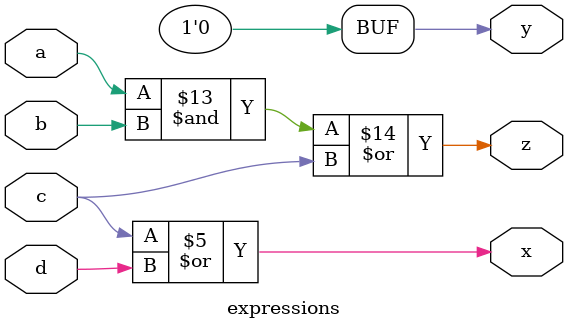
<source format=v>
module expressions (
	input wire a,
	input wire b,
	input wire c,
	input wire d,
	output wire x,
	output wire y,
	output wire z
);
	assign x = a << 1 >> 1 & b ^ c | d;

	assign y = ~a & &a & ^a & |a;

	assign z = ( a & b ) | c;
endmodule
</source>
